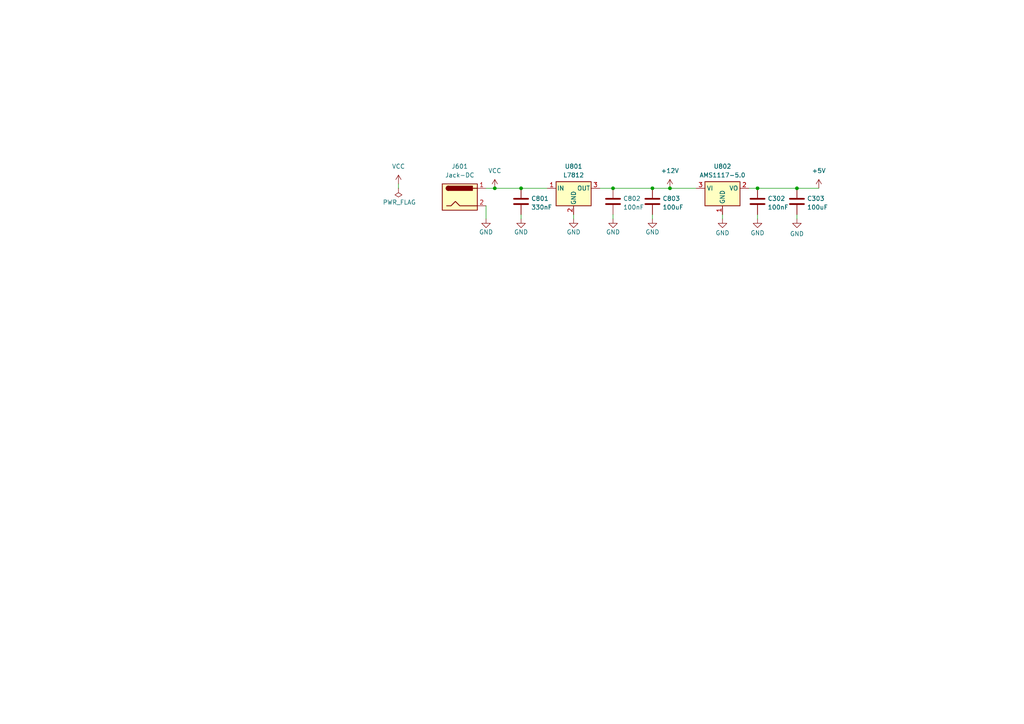
<source format=kicad_sch>
(kicad_sch (version 20231120) (generator "eeschema") (generator_version "8.0")
  (paper "A4")
  (lib_symbols
    (symbol "Device:C" (pin_numbers hide) (pin_names (offset 0.254))
      (property "Reference" "C" (at 0.635 2.54 0))
      (property "Value" "C" (at 0.635 -2.54 0))
      (symbol "C_0_1"
        (polyline (pts (xy -2.032 -0.762) (xy 2.032 -0.762)) (stroke (width 0.508)))
        (polyline (pts (xy -2.032 0.762) (xy 2.032 0.762)) (stroke (width 0.508)))
      )
      (symbol "C_1_1"
        (pin passive line (at 0 3.81 270) (length 2.794) (name "~") (number "1"))
        (pin passive line (at 0 -3.81 90) (length 2.794) (name "~") (number "2"))
      )
    )
    (symbol "Regulator_Linear:L7812" (pin_names (offset 0.254))
      (property "Reference" "U" (at -3.81 3.175 0))
      (property "Value" "L7812" (at 0 3.175 0))
      (symbol "L7812_0_1"
        (rectangle (start -5.08 1.905) (end 5.08 -5.08) (stroke (width 0.254)) (fill (type background)))
      )
      (symbol "L7812_1_1"
        (pin power_in line (at -7.62 0 0) (length 2.54) (name "IN") (number "1"))
        (pin power_in line (at 0 -7.62 90) (length 2.54) (name "GND") (number "2"))
        (pin power_out line (at 7.62 0 180) (length 2.54) (name "OUT") (number "3"))
      )
    )
    (symbol "custom_kicad_lib_sk:AMS1117-5.0"
      (property "Reference" "U" (at -3.81 3.175 0))
      (property "Value" "AMS1117-5.0" (at 0 3.175 0))
      (symbol "AMS1117-5.0_0_1"
        (rectangle (start -5.08 1.905) (end 5.08 -5.08) (stroke (width 0.254)) (fill (type background)))
      )
      (symbol "AMS1117-5.0_1_1"
        (pin power_in line (at 0 -7.62 90) (length 2.54) (name "GND") (number "1"))
        (pin power_out line (at 7.62 0 180) (length 2.54) (name "VO") (number "2"))
        (pin power_in line (at -7.62 0 0) (length 2.54) (name "VI") (number "3"))
      )
    )
    (symbol "custom_kicad_lib_sk:Jack-DC" (pin_names (offset 1.016))
      (property "Reference" "J" (at 0 5.334 0))
      (property "Value" "Jack-DC" (at 0 -5.08 0))
      (symbol "Jack-DC_0_1"
        (rectangle (start -5.08 3.81) (end 5.08 -3.81) (stroke (width 0.254)) (fill (type background)))
        (arc (start -3.302 3.175) (mid -3.9343 2.54) (end -3.302 1.905) (stroke (width 0.254)))
        (arc (start -3.302 3.175) (mid -3.9343 2.54) (end -3.302 1.905) (stroke (width 0.254)) (fill (type outline)))
        (polyline (pts (xy 5.08 2.54) (xy 3.81 2.54)) (stroke (width 0.254)))
        (polyline (pts (xy -3.81 -2.54) (xy -2.54 -2.54) (xy -1.27 -1.27) (xy 0 -2.54) (xy 2.54 -2.54) (xy 5.08 -2.54)) (stroke (width 0.254)))
        (rectangle (start 3.683 3.175) (end -3.302 1.905) (stroke (width 0.254)) (fill (type outline)))
      )
      (symbol "Jack-DC_1_1"
        (pin passive line (at 7.62 2.54 180) (length 2.54) (name "~") (number "1"))
        (pin passive line (at 7.62 -2.54 180) (length 2.54) (name "~") (number "2"))
      )
    )
    (symbol "power:+12V" (power) (pin_numbers hide) (pin_names (offset 0) hide)
      (property "Value" "+12V" (at 0 3.556 0))
      (symbol "+12V_0_1"
        (polyline (pts (xy -0.762 1.27) (xy 0 2.54)))
        (polyline (pts (xy 0 0) (xy 0 2.54)))
        (polyline (pts (xy 0 2.54) (xy 0.762 1.27)))
      )
      (symbol "+12V_1_1"
        (pin power_in line (at 0 0 90) (length 0) (name "~") (number "1"))
      )
    )
    (symbol "power:+5V" (power) (pin_names (offset 0))
      (property "Value" "+5V" (at 0 3.556 0))
      (symbol "+5V_0_1"
        (polyline (pts (xy -0.762 1.27) (xy 0 2.54)))
        (polyline (pts (xy 0 0) (xy 0 2.54)))
        (polyline (pts (xy 0 2.54) (xy 0.762 1.27)))
      )
      (symbol "+5V_1_1"
        (pin power_in line (at 0 0 90) (length 0) hide (name "+5V") (number "1"))
      )
    )
    (symbol "power:GND" (power) (pin_names (offset 0))
      (property "Value" "GND" (at 0 -3.81 0))
      (symbol "GND_0_1"
        (polyline (pts (xy 0 0) (xy 0 -1.27) (xy 1.27 -1.27) (xy 0 -2.54) (xy -1.27 -1.27) (xy 0 -1.27)))
      )
      (symbol "GND_1_1"
        (pin power_in line (at 0 0 270) (length 0) hide (name "GND") (number "1"))
      )
    )
    (symbol "power:PWR_FLAG" (power) (pin_numbers hide) (pin_names (offset 0) hide)
      (property "Value" "PWR_FLAG" (at 0 3.81 0))
      (symbol "PWR_FLAG_0_0"
        (pin power_out line (at 0 0 90) (length 0) (name "~") (number "1"))
      )
      (symbol "PWR_FLAG_0_1"
        (polyline (pts (xy 0 0) (xy 0 1.27) (xy -1.016 1.905) (xy 0 2.54) (xy 1.016 1.905) (xy 0 1.27)))
      )
    )
    (symbol "power:VCC" (power) (pin_names (offset 0))
      (property "Value" "VCC" (at 0 3.81 0))
      (symbol "VCC_0_1"
        (polyline (pts (xy -0.762 1.27) (xy 0 2.54)))
        (polyline (pts (xy 0 0) (xy 0 2.54)))
        (polyline (pts (xy 0 2.54) (xy 0.762 1.27)))
      )
      (symbol "VCC_1_1"
        (pin power_in line (at 0 0 90) (length 0) hide (name "VCC") (number "1"))
      )
    )
  )
  (junction (at 143.51 54.61))
  (junction (at 219.71 54.61))
  (junction (at 177.8 54.61))
  (junction (at 231.14 54.61))
  (junction (at 189.23 54.61))
  (junction (at 194.31 54.61))
  (junction (at 151.13 54.61))
  (wire (pts (xy 194.31 54.61) (xy 201.93 54.61)))
  (wire (pts (xy 219.71 62.23) (xy 219.71 63.5)))
  (wire (pts (xy 166.37 62.23) (xy 166.37 63.5)))
  (wire (pts (xy 140.97 59.69) (xy 140.97 63.5)))
  (wire (pts (xy 140.97 54.61) (xy 143.51 54.61)))
  (wire (pts (xy 209.55 62.23) (xy 209.55 63.5)))
  (wire (pts (xy 151.13 54.61) (xy 158.75 54.61)))
  (wire (pts (xy 143.51 54.61) (xy 151.13 54.61)))
  (wire (pts (xy 231.14 62.23) (xy 231.14 63.5)))
  (wire (pts (xy 231.14 54.61) (xy 237.49 54.61)))
  (wire (pts (xy 115.57 53.34) (xy 115.57 54.61)))
  (wire (pts (xy 189.23 54.61) (xy 194.31 54.61)))
  (wire (pts (xy 151.13 62.23) (xy 151.13 63.5)))
  (wire (pts (xy 217.17 54.61) (xy 219.71 54.61)))
  (wire (pts (xy 173.99 54.61) (xy 177.8 54.61)))
  (wire (pts (xy 177.8 62.23) (xy 177.8 63.5)))
  (wire (pts (xy 189.23 62.23) (xy 189.23 63.5)))
  (wire (pts (xy 219.71 54.61) (xy 231.14 54.61)))
  (wire (pts (xy 177.8 54.61) (xy 189.23 54.61)))
  (symbol (lib_id "Device:C") (at 219.71 58.42 0) (unit 1)
    (property "Reference" "C302" (at 222.631 57.5853 0) (effects (justify left)))
    (property "Value" "100nF" (at 222.631 60.1222 0) (effects (justify left)))
    (property "Footprint" "Capacitor_SMD:C_0603_1608Metric_Pad1.08x0.95mm_HandSolder" (effects (hide yes)))
    (property "JLCPCB Part#" "C14663" (effects (hide yes)))
    (instances (project "LDO" (path "" (reference "C302") (unit 1))) (project "general_schematics" (path "" (reference "C1802") (unit 1))) (project "" (path "" (reference "C602") (unit 1))))
  )
  (symbol (lib_id "power:PWR_FLAG") (at 115.57 54.61 180) (unit 1)
    (property "Reference" "#FLG0801" (effects (hide yes)))
    (property "Value" "PWR_FLAG" (at 115.824 58.674 0))
    (property "Description" "Special symbol for telling ERC where power comes from" (effects (hide yes)))
  )
  (symbol (lib_id "power:GND") (at 189.23 63.5 0) (unit 1)
    (property "Reference" "#PWR0808" (effects (hide yes)))
    (property "Value" "GND" (at 189.23 67.31 0))
  )
  (symbol (lib_id "power:GND") (at 140.97 63.5 0) (unit 1)
    (property "Reference" "#PWR0802" (effects (hide yes)))
    (property "Value" "GND" (at 140.97 67.31 0))
  )
  (symbol (lib_id "Device:C") (at 177.8 58.42 0) (unit 1)
    (property "Reference" "C802" (at 180.721 57.5853 0) (effects (justify left)))
    (property "Value" "100nF" (at 180.721 60.1222 0) (effects (justify left)))
    (property "Footprint" "Capacitor_SMD:C_0603_1608Metric_Pad1.08x0.95mm_HandSolder" (effects (hide yes)))
    (property "JLCPCB Part#" "C14663" (effects (hide yes)))
  )
  (symbol (lib_id "power:+5V") (at 237.49 54.61 0) (unit 1)
    (property "Reference" "#PWR0302" (effects (hide yes)))
    (property "Value" "+5V" (at 237.49 49.53 0))
    (instances (project "LDO" (path "" (reference "#PWR0302") (unit 1))) (project "" (path "" (reference "#PWR0603") (unit 1))))
  )
  (symbol (lib_id "power:GND") (at 177.8 63.5 0) (unit 1)
    (property "Reference" "#PWR0807" (effects (hide yes)))
    (property "Value" "GND" (at 177.8 67.31 0))
  )
  (symbol (lib_id "power:GND") (at 231.14 63.5 0) (unit 1)
    (property "Reference" "#PWR0804" (effects (hide yes)))
    (property "Value" "GND" (at 231.14 67.818 0))
  )
  (symbol (lib_id "power:GND") (at 219.71 63.5 0) (unit 1)
    (property "Reference" "#PWR0803" (effects (hide yes)))
    (property "Value" "GND" (at 219.71 67.564 0))
  )
  (symbol (lib_id "Device:C") (at 189.23 58.42 0) (unit 1)
    (property "Reference" "C803" (at 192.151 57.5853 0) (effects (justify left)))
    (property "Value" "100uF" (at 192.151 60.1222 0) (effects (justify left)))
    (property "Footprint" "Capacitor_SMD:C_1206_3216Metric_Pad1.33x1.80mm_HandSolder" (effects (hide yes)))
    (property "JLCPCB Part#" "C15008" (effects (hide yes)))
  )
  (symbol (lib_id "Regulator_Linear:L7812") (at 166.37 54.61 0) (unit 1)
    (property "Reference" "U801" (at 166.37 48.26 0))
    (property "Value" "L7812" (at 166.37 50.8 0))
    (property "Footprint" "Package_TO_SOT_SMD:TO-263-2" (effects (hide yes)))
    (property "Datasheet" "http://www.st.com/content/ccc/resource/technical/document/datasheet/41/4f/b3/b0/12/d4/47/88/CD00000444.pdf/files/CD00000444.pdf/jcr:content/translations/en.CD00000444.pdf" (effects (hide yes)))
    (property "Description" "Positive 1.5A 35V Linear Regulator, Fixed Output 12V, TO-220/TO-263/TO-252" (effects (hide yes)))
    (property "JLCPCB Part#" "C5145275" (effects (hide yes)))
  )
  (symbol (lib_id "power:GND") (at 166.37 63.5 0) (unit 1)
    (property "Reference" "#PWR0806" (effects (hide yes)))
    (property "Value" "GND" (at 166.37 67.31 0))
  )
  (symbol (lib_id "custom_kicad_lib_sk:AMS1117-5.0") (at 209.55 54.61 0) (unit 1)
    (property "Reference" "U802" (at 209.55 48.26 0))
    (property "Value" "AMS1117-5.0" (at 209.55 50.8 0))
    (property "Footprint" "Package_TO_SOT_SMD:SOT-223-3_TabPin2" (effects (hide yes)))
    (property "Datasheet" "http://www.advanced-monolithic.com/pdf/ds1117.pdf" (effects (hide yes)))
    (property "Description" "1A Low Dropout regulator, positive, 5.0V fixed output, SOT-223" (effects (hide yes)))
    (property "JLCPCB Part#" "C6187" (effects (hide yes)))
  )
  (symbol (lib_id "power:+12V") (at 194.31 54.61 0) (unit 1)
    (property "Reference" "#PWR0809" (effects (hide yes)))
    (property "Value" "+12V" (at 194.31 49.53 0))
    (property "Description" "Power symbol creates a global label with name \"+12V\"" (effects (hide yes)))
  )
  (symbol (lib_id "power:VCC") (at 115.57 53.34 0) (unit 1)
    (property "Reference" "#PWR0810" (effects (hide yes)))
    (property "Value" "VCC" (at 115.57 48.26 0))
  )
  (symbol (lib_id "power:GND") (at 151.13 63.5 0) (unit 1)
    (property "Reference" "#PWR0805" (effects (hide yes)))
    (property "Value" "GND" (at 151.13 67.31 0))
  )
  (symbol (lib_id "custom_kicad_lib_sk:Jack-DC") (at 133.35 57.15 0) (unit 1)
    (property "Reference" "J601" (at 133.35 48.26 0))
    (property "Value" "Jack-DC" (at 133.35 50.8 0))
    (property "Footprint" "Connector_BarrelJack:BarrelJack_Horizontal" (effects (hide yes)))
    (property "Description" "DC Barrel Jack" (effects (hide yes)))
  )
  (symbol (lib_id "Device:C") (at 231.14 58.42 0) (unit 1)
    (property "Reference" "C303" (at 234.061 57.5853 0) (effects (justify left)))
    (property "Value" "100uF" (at 234.061 60.1222 0) (effects (justify left)))
    (property "Footprint" "Capacitor_SMD:C_1206_3216Metric_Pad1.33x1.80mm_HandSolder" (effects (hide yes)))
    (property "JLCPCB Part#" "C15008" (effects (hide yes)))
    (instances (project "LDO" (path "" (reference "C303") (unit 1))) (project "general_schematics" (path "" (reference "C1803") (unit 1))) (project "" (path "" (reference "C603") (unit 1))))
  )
  (symbol (lib_id "Device:C") (at 151.13 58.42 0) (unit 1)
    (property "Reference" "C801" (at 154.051 57.5853 0) (effects (justify left)))
    (property "Value" "330nF" (at 154.051 60.1222 0) (effects (justify left)))
    (property "Footprint" "Capacitor_SMD:C_0603_1608Metric_Pad1.08x0.95mm_HandSolder" (effects (hide yes)))
    (property "JLCPCB Part#" "C1615" (effects (hide yes)))
  )
  (symbol (lib_id "power:VCC") (at 143.51 54.61 0) (unit 1)
    (property "Reference" "#PWR0301" (effects (hide yes)))
    (property "Value" "VCC" (at 143.51 49.53 0))
    (instances (project "LDO" (path "" (reference "#PWR0301") (unit 1))) (project "" (path "" (reference "#PWR0601") (unit 1))))
  )
  (symbol (lib_id "power:GND") (at 209.55 63.5 0) (unit 1)
    (property "Reference" "#PWR0303" (effects (hide yes)))
    (property "Value" "GND" (at 209.55 67.564 0))
    (instances (project "LDO" (path "" (reference "#PWR0303") (unit 1))) (project "" (path "" (reference "#PWR0602") (unit 1))))
  )
)
</source>
